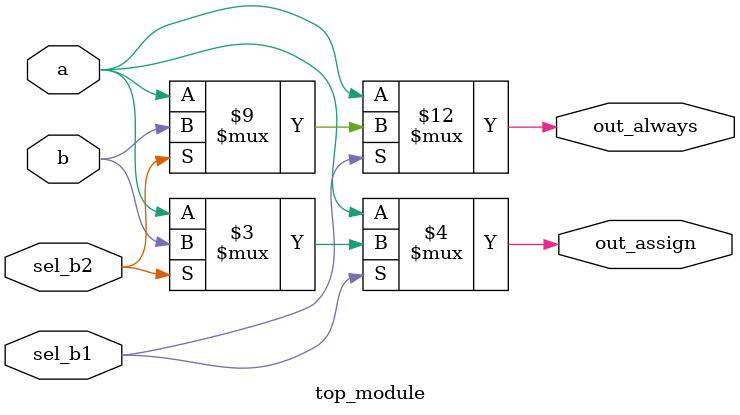
<source format=v>

module top_module
(
    input  a,
    input  b,
    input  sel_b1,
    input  sel_b2,
    output wire out_assign,
    output reg  out_always   
); 

assign out_assign =	(sel_b1 == 0) ? a :
					(sel_b2 == 0) ? a : b;

always @(*) begin
	if(sel_b1 == 0) begin
		out_always <= a;
	end
	else begin
		if(sel_b2 == 0) begin
			out_always <= a;
		end
		else begin
			out_always <= b;
		end
	end	
end	
endmodule
</source>
